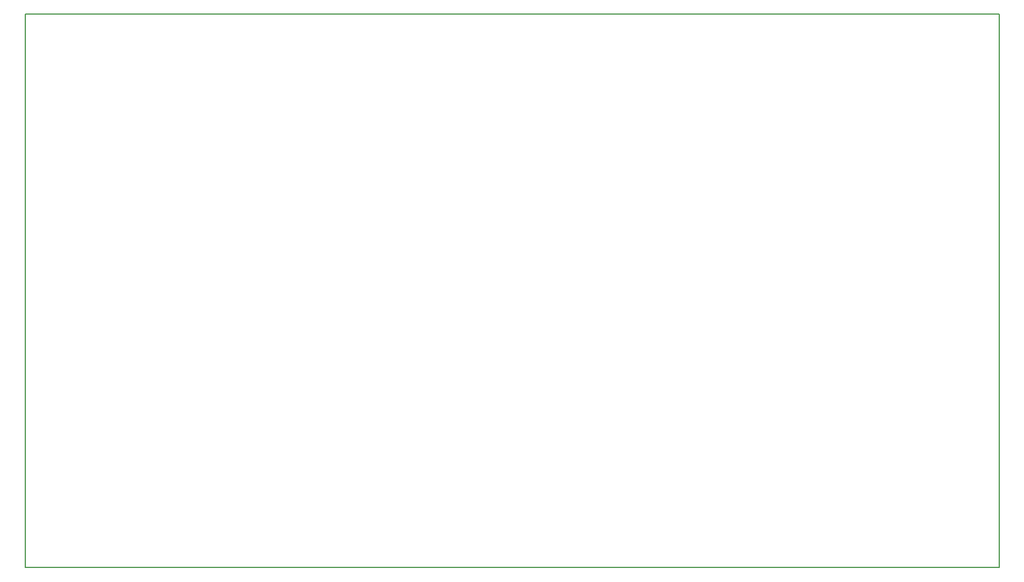
<source format=gbo>
G04 MADE WITH FRITZING*
G04 WWW.FRITZING.ORG*
G04 DOUBLE SIDED*
G04 HOLES PLATED*
G04 CONTOUR ON CENTER OF CONTOUR VECTOR*
%ASAXBY*%
%FSLAX23Y23*%
%MOIN*%
%OFA0B0*%
%SFA1.0B1.0*%
%ADD10R,5.783470X3.291340X5.767470X3.275340*%
%ADD11C,0.008000*%
%LNSILK0*%
G90*
G70*
G54D11*
X4Y3287D02*
X5779Y3287D01*
X5779Y4D01*
X4Y4D01*
X4Y3287D01*
D02*
G04 End of Silk0*
M02*
</source>
